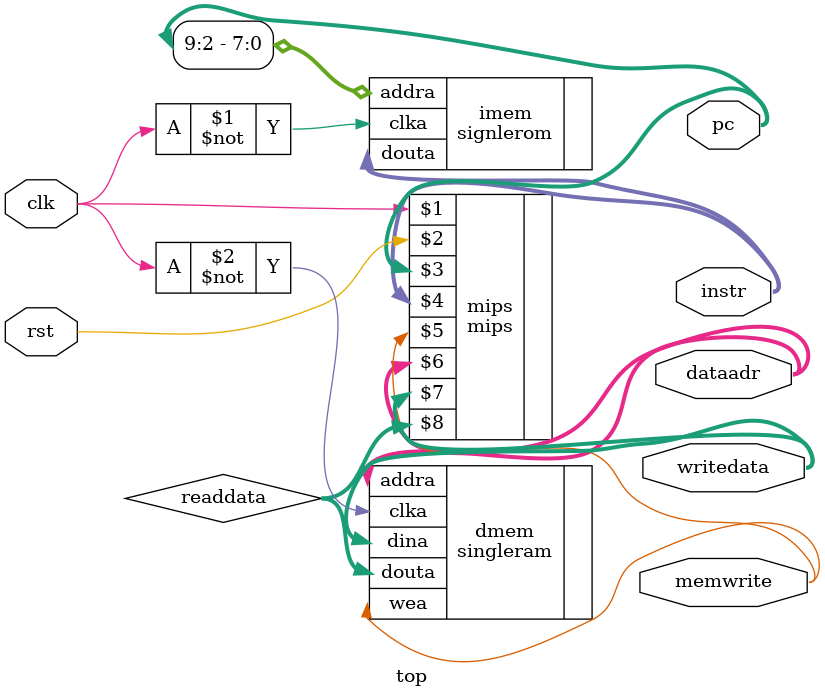
<source format=v>
`timescale 1ns / 1ps


module top(
	input wire clk,rst,
	output wire[31:0] writedata,dataadr,pc,instr,
	output wire memwrite
    );

	wire[31:0] readdata;

	mips mips(clk,rst,pc,instr,memwrite,dataadr,writedata,readdata);
	signlerom imem(.clka(~clk),.addra(pc[9:2]),.douta(instr));
	singleram dmem(.clka(~clk),.wea(memwrite),.addra(dataadr),
	               .dina(writedata),.douta(readdata));
endmodule

</source>
